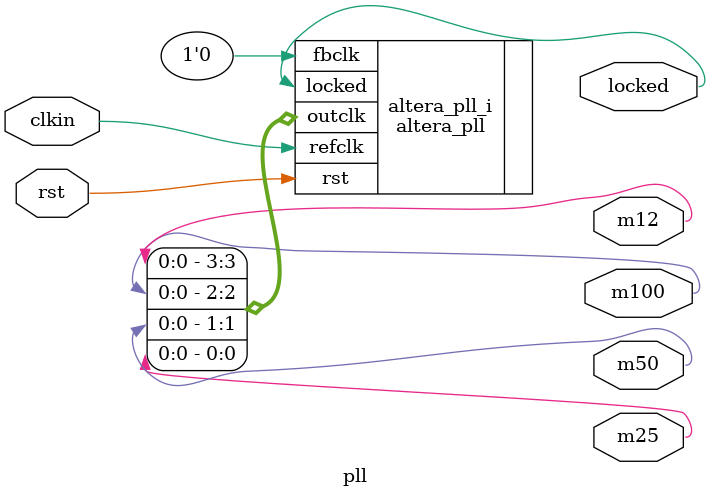
<source format=v>
module pll
(
    input  clkin,
    input  rst,
    output m12,
    output m25,
    output m50,
    output m100,
    output locked
);
altera_pll #(
    .fractional_vco_multiplier("false"),
    .reference_clock_frequency("50.0 MHz"),
    .operation_mode    ("normal"),
    .number_of_clocks  (4),
    .output_clock_frequency0("25.0 MHz"),   .phase_shift0("0 ps"),  .duty_cycle0(50),
    .output_clock_frequency1("50.0 MHz"),   .phase_shift1("0 ps"),  .duty_cycle1(50),
    .output_clock_frequency2("100.0 MHz"),  .phase_shift2("0 ps"),  .duty_cycle2(50),
    .output_clock_frequency3("12.5 MHz"),   .phase_shift3("0 ps"),  .duty_cycle3(50),
    .output_clock_frequency4("0.0 MHz"),    .phase_shift4("0 ps"),  .duty_cycle4(50),
    .output_clock_frequency5("0.0 MHz"),    .phase_shift5("0 ps"),  .duty_cycle5(50),
    .output_clock_frequency6("0.0 MHz"),    .phase_shift6("0 ps"),  .duty_cycle6(50),
    .output_clock_frequency7("0.0 MHz"),    .phase_shift7("0 ps"),  .duty_cycle7(50),
    .output_clock_frequency8("0.0 MHz"),    .phase_shift8("0 ps"),  .duty_cycle8(50),
    .output_clock_frequency9("0.0 MHz"),    .phase_shift9("0 ps"),  .duty_cycle9(50),
    .output_clock_frequency10("0.0 MHz"),   .phase_shift10("0 ps"), .duty_cycle10(50),
    .output_clock_frequency11("0.0 MHz"),   .phase_shift11("0 ps"), .duty_cycle11(50),
    .output_clock_frequency12("0.0 MHz"),   .phase_shift12("0 ps"), .duty_cycle12(50),
    .output_clock_frequency13("0.0 MHz"),   .phase_shift13("0 ps"), .duty_cycle13(50),
    .output_clock_frequency14("0.0 MHz"),   .phase_shift14("0 ps"), .duty_cycle14(50),
    .output_clock_frequency15("0.0 MHz"),   .phase_shift15("0 ps"), .duty_cycle15(50),
    .output_clock_frequency16("0.0 MHz"),   .phase_shift16("0 ps"), .duty_cycle16(50),
    .output_clock_frequency17("0.0 MHz"),   .phase_shift17("0 ps"), .duty_cycle17(50),
    .pll_type("General"),
    .pll_subtype("General")
)
altera_pll_i
(
    .rst      (rst),
    .outclk   ({m12,m100,m50,m25}),
    .locked   (locked),
    .fbclk    (1'b0),
    .refclk   (clkin)
);
endmodule

</source>
